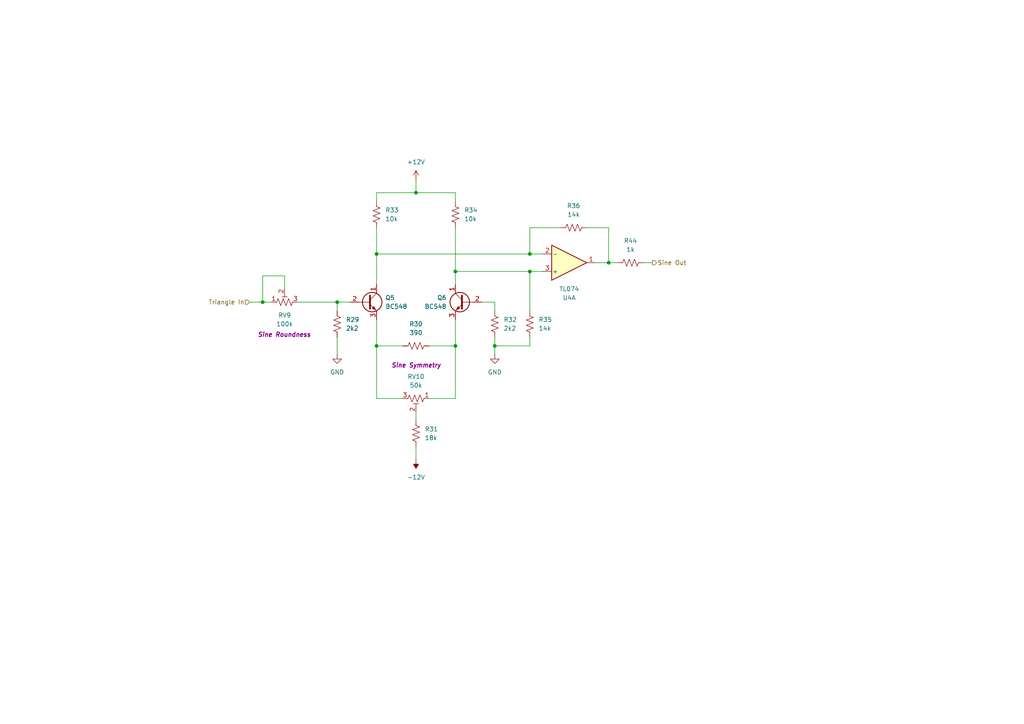
<source format=kicad_sch>
(kicad_sch (version 20250114) (generator "eeschema") (generator_version "9.0")
  (paper "A4")
  (title_block (company "DMH Instruments"))
  (lib_symbols
    (symbol "Amplifier_Operational:TL074" (pin_names (offset 0.127))
      (property "Reference" "U" (at 0 5.08 0))
      (property "Value" "TL074" (at 0 -5.08 0))
      (symbol "TL074_1_1"
        (polyline (pts (xy -5.08 5.08) (xy 5.08 0) (xy -5.08 -5.08) (xy -5.08 5.08)) (stroke (width 0.254)) (fill (type background)))
        (pin input line (at -7.62 2.54 0) (length 2.54) (name "+") (number "3"))
        (pin input line (at -7.62 -2.54 0) (length 2.54) (name "-") (number "2"))
        (pin output line (at 7.62 0 180) (length 2.54) (name "~") (number "1"))
      )
      (symbol "TL074_2_1"
        (polyline (pts (xy -5.08 5.08) (xy 5.08 0) (xy -5.08 -5.08) (xy -5.08 5.08)) (stroke (width 0.254)) (fill (type background)))
        (pin input line (at -7.62 2.54 0) (length 2.54) (name "+") (number "5"))
        (pin input line (at -7.62 -2.54 0) (length 2.54) (name "-") (number "6"))
        (pin output line (at 7.62 0 180) (length 2.54) (name "~") (number "7"))
      )
      (symbol "TL074_3_1"
        (polyline (pts (xy -5.08 5.08) (xy 5.08 0) (xy -5.08 -5.08) (xy -5.08 5.08)) (stroke (width 0.254)) (fill (type background)))
        (pin input line (at -7.62 2.54 0) (length 2.54) (name "+") (number "10"))
        (pin input line (at -7.62 -2.54 0) (length 2.54) (name "-") (number "9"))
        (pin output line (at 7.62 0 180) (length 2.54) (name "~") (number "8"))
      )
      (symbol "TL074_4_1"
        (polyline (pts (xy -5.08 5.08) (xy 5.08 0) (xy -5.08 -5.08) (xy -5.08 5.08)) (stroke (width 0.254)) (fill (type background)))
        (pin input line (at -7.62 2.54 0) (length 2.54) (name "+") (number "12"))
        (pin input line (at -7.62 -2.54 0) (length 2.54) (name "-") (number "13"))
        (pin output line (at 7.62 0 180) (length 2.54) (name "~") (number "14"))
      )
      (symbol "TL074_5_1"
        (pin power_in line (at -2.54 7.62 270) (length 3.81) (name "V+") (number "4"))
        (pin power_in line (at -2.54 -7.62 90) (length 3.81) (name "V-") (number "11"))
      )
    )
    (symbol "Device:R_Potentiometer_Trim_US" (pin_names (offset 1.016) (hide yes))
      (property "Reference" "RV" (at -4.445 0 90))
      (property "Value" "R_Potentiometer_Trim_US" (at -2.54 0 90))
      (symbol "R_Potentiometer_Trim_US_0_1"
        (polyline (pts (xy 0 2.286) (xy 0 2.54)))
        (polyline (pts (xy 0 2.286) (xy 1.016 1.905) (xy 0 1.524) (xy -1.016 1.143) (xy 0 0.762)))
        (polyline (pts (xy 0 0.762) (xy 1.016 0.381) (xy 0 0) (xy -1.016 -0.381) (xy 0 -0.762)))
        (polyline (pts (xy 0 -0.762) (xy 1.016 -1.143) (xy 0 -1.524) (xy -1.016 -1.905) (xy 0 -2.286)))
        (polyline (pts (xy 0 -2.286) (xy 0 -2.54)))
        (polyline (pts (xy 1.524 0.762) (xy 1.524 -0.762)))
        (polyline (pts (xy 2.54 0) (xy 1.524 0)))
      )
      (symbol "R_Potentiometer_Trim_US_1_1"
        (pin passive line (at 0 3.81 270) (length 1.27) (name "1") (number "1"))
        (pin passive line (at 0 -3.81 90) (length 1.27) (name "3") (number "3"))
        (pin passive line (at 3.81 0 180) (length 1.27) (name "2") (number "2"))
      )
    )
    (symbol "Device:R_US" (pin_numbers (hide yes)) (pin_names (offset 0))
      (property "Reference" "R" (at 2.54 0 90))
      (property "Value" "R_US" (at -2.54 0 90))
      (symbol "R_US_0_1"
        (polyline (pts (xy 0 2.286) (xy 0 2.54)))
        (polyline (pts (xy 0 2.286) (xy 1.016 1.905) (xy 0 1.524) (xy -1.016 1.143) (xy 0 0.762)))
        (polyline (pts (xy 0 0.762) (xy 1.016 0.381) (xy 0 0) (xy -1.016 -0.381) (xy 0 -0.762)))
        (polyline (pts (xy 0 -0.762) (xy 1.016 -1.143) (xy 0 -1.524) (xy -1.016 -1.905) (xy 0 -2.286)))
        (polyline (pts (xy 0 -2.286) (xy 0 -2.54)))
      )
      (symbol "R_US_1_1"
        (pin passive line (at 0 3.81 270) (length 1.27) (name "~") (number "1"))
        (pin passive line (at 0 -3.81 90) (length 1.27) (name "~") (number "2"))
      )
    )
    (symbol "Transistor_BJT:BC548" (pin_names (offset 0) (hide yes))
      (property "Reference" "Q" (at 5.08 1.905 0))
      (property "Value" "BC548" (at 5.08 0 0))
      (symbol "BC548_0_1"
        (polyline (pts (xy -2.54 0) (xy 0.635 0)))
        (polyline (pts (xy 0.635 1.905) (xy 0.635 -1.905)) (stroke (width 0.508)))
        (circle (center 1.27 0) (radius 2.8194) (stroke (width 0.254)))
      )
      (symbol "BC548_1_1"
        (polyline (pts (xy 0.635 0.635) (xy 2.54 2.54)))
        (polyline (pts (xy 0.635 -0.635) (xy 2.54 -2.54)))
        (polyline (pts (xy 1.27 -1.778) (xy 1.778 -1.27) (xy 2.286 -2.286) (xy 1.27 -1.778)) (fill (type outline)))
        (pin input line (at -5.08 0 0) (length 2.54) (name "B") (number "2"))
        (pin passive line (at 2.54 5.08 270) (length 2.54) (name "C") (number "1"))
        (pin passive line (at 2.54 -5.08 90) (length 2.54) (name "E") (number "3"))
      )
    )
    (symbol "power:+12V" (power) (pin_numbers (hide yes)) (pin_names (offset 0) (hide yes))
      (property "Value" "+12V" (at 0 3.556 0))
      (symbol "+12V_0_1"
        (polyline (pts (xy -0.762 1.27) (xy 0 2.54)))
        (polyline (pts (xy 0 2.54) (xy 0.762 1.27)))
        (polyline (pts (xy 0 0) (xy 0 2.54)))
      )
      (symbol "+12V_1_1"
        (pin power_in line (at 0 0 90) (length 0) (name "~") (number "1"))
      )
    )
    (symbol "power:-12V" (power) (pin_numbers (hide yes)) (pin_names (offset 0) (hide yes))
      (property "Value" "-12V" (at 0 3.556 0))
      (symbol "-12V_0_0"
        (pin power_in line (at 0 0 90) (length 0) (name "~") (number "1"))
      )
      (symbol "-12V_0_1"
        (polyline (pts (xy 0 0) (xy 0 1.27) (xy 0.762 1.27) (xy 0 2.54) (xy -0.762 1.27) (xy 0 1.27)) (fill (type outline)))
      )
    )
    (symbol "power:GND" (power) (pin_numbers (hide yes)) (pin_names (offset 0) (hide yes))
      (property "Value" "GND" (at 0 -3.81 0))
      (symbol "GND_0_1"
        (polyline (pts (xy 0 0) (xy 0 -1.27) (xy 1.27 -1.27) (xy 0 -2.54) (xy -1.27 -1.27) (xy 0 -1.27)))
      )
      (symbol "GND_1_1"
        (pin power_in line (at 0 0 270) (length 0) (name "~") (number "1"))
      )
    )
  )
  (junction (at 132.08 100.33))
  (junction (at 143.51 100.33))
  (junction (at 76.2 87.63))
  (junction (at 109.22 100.33))
  (junction (at 176.53 76.2))
  (junction (at 97.79 87.63))
  (junction (at 153.67 78.74))
  (junction (at 120.65 55.88))
  (junction (at 109.22 73.66))
  (junction (at 132.08 78.74))
  (junction (at 153.67 73.66))
  (wire (pts (xy 97.79 87.63) (xy 101.6 87.63)))
  (wire (pts (xy 97.79 97.79) (xy 97.79 102.87)))
  (wire (pts (xy 176.53 66.04) (xy 176.53 76.2)))
  (wire (pts (xy 139.7 87.63) (xy 143.51 87.63)))
  (wire (pts (xy 109.22 58.42) (xy 109.22 55.88)))
  (wire (pts (xy 120.65 129.54) (xy 120.65 133.35)))
  (wire (pts (xy 120.65 119.38) (xy 120.65 121.92)))
  (wire (pts (xy 143.51 97.79) (xy 143.51 100.33)))
  (wire (pts (xy 170.18 66.04) (xy 176.53 66.04)))
  (wire (pts (xy 109.22 92.71) (xy 109.22 100.33)))
  (wire (pts (xy 143.51 100.33) (xy 143.51 102.87)))
  (wire (pts (xy 76.2 87.63) (xy 78.74 87.63)))
  (wire (pts (xy 97.79 87.63) (xy 97.79 90.17)))
  (wire (pts (xy 72.39 87.63) (xy 76.2 87.63)))
  (wire (pts (xy 86.36 87.63) (xy 97.79 87.63)))
  (wire (pts (xy 116.84 115.57) (xy 109.22 115.57)))
  (wire (pts (xy 124.46 115.57) (xy 132.08 115.57)))
  (wire (pts (xy 82.55 83.82) (xy 82.55 80.01)))
  (wire (pts (xy 132.08 100.33) (xy 132.08 92.71)))
  (wire (pts (xy 132.08 78.74) (xy 132.08 82.55)))
  (wire (pts (xy 132.08 66.04) (xy 132.08 78.74)))
  (wire (pts (xy 153.67 100.33) (xy 143.51 100.33)))
  (wire (pts (xy 124.46 100.33) (xy 132.08 100.33)))
  (wire (pts (xy 176.53 76.2) (xy 179.07 76.2)))
  (wire (pts (xy 109.22 73.66) (xy 109.22 82.55)))
  (wire (pts (xy 143.51 87.63) (xy 143.51 90.17)))
  (wire (pts (xy 120.65 55.88) (xy 120.65 52.07)))
  (wire (pts (xy 132.08 100.33) (xy 132.08 115.57)))
  (wire (pts (xy 153.67 73.66) (xy 157.48 73.66)))
  (wire (pts (xy 109.22 73.66) (xy 153.67 73.66)))
  (wire (pts (xy 82.55 80.01) (xy 76.2 80.01)))
  (wire (pts (xy 132.08 78.74) (xy 153.67 78.74)))
  (wire (pts (xy 153.67 97.79) (xy 153.67 100.33)))
  (wire (pts (xy 186.69 76.2) (xy 189.23 76.2)))
  (wire (pts (xy 132.08 58.42) (xy 132.08 55.88)))
  (wire (pts (xy 109.22 66.04) (xy 109.22 73.66)))
  (wire (pts (xy 109.22 100.33) (xy 116.84 100.33)))
  (wire (pts (xy 153.67 66.04) (xy 153.67 73.66)))
  (wire (pts (xy 176.53 76.2) (xy 172.72 76.2)))
  (wire (pts (xy 109.22 55.88) (xy 120.65 55.88)))
  (wire (pts (xy 76.2 80.01) (xy 76.2 87.63)))
  (wire (pts (xy 162.56 66.04) (xy 153.67 66.04)))
  (wire (pts (xy 153.67 78.74) (xy 157.48 78.74)))
  (wire (pts (xy 109.22 115.57) (xy 109.22 100.33)))
  (wire (pts (xy 132.08 55.88) (xy 120.65 55.88)))
  (wire (pts (xy 153.67 78.74) (xy 153.67 90.17)))
  (hierarchical_label "Sine Out" (shape output) (at 189.23 76.2 0))
  (hierarchical_label "Triangle In" (shape input) (at 72.39 87.63 180))
  (symbol (lib_id "Device:R_US") (at 143.51 93.98 0) (unit 1)
    (property "Reference" "R32" (at 146.05 92.7099 0) (effects (justify left)))
    (property "Value" "2k2" (at 146.05 95.2499 0) (effects (justify left)))
    (property "Footprint" "Resistor_THT:R_Axial_DIN0207_L6.3mm_D2.5mm_P7.62mm_Horizontal" (effects (hide yes)))
    (property "Description" "Resistor, US symbol" (effects (hide yes)))
  )
  (symbol (lib_id "Device:R_US") (at 166.37 66.04 90) (unit 1)
    (property "Reference" "R36" (at 166.37 59.69 90))
    (property "Value" "14k" (at 166.37 62.23 90))
    (property "Footprint" "Resistor_THT:R_Axial_DIN0207_L6.3mm_D2.5mm_P7.62mm_Horizontal" (effects (hide yes)))
    (property "Description" "Resistor, US symbol" (effects (hide yes)))
  )
  (symbol (lib_id "Device:R_Potentiometer_Trim_US") (at 120.65 115.57 270) (unit 1)
    (property "Reference" "RV10" (at 120.65 109.22 90))
    (property "Value" "50k" (at 120.65 111.76 90))
    (property "Footprint" "Potentiometer_THT:Potentiometer_Bourns_3296W_Vertical" (effects (hide yes)))
    (property "Function" "Sine Symmetry" (at 120.65 105.918 90) (effects (font (bold yes) (italic yes))))
  )
  (symbol (lib_id "Device:R_US") (at 120.65 100.33 90) (unit 1)
    (property "Reference" "R30" (at 120.65 93.98 90))
    (property "Value" "390" (at 120.65 96.52 90))
    (property "Footprint" "Resistor_THT:R_Axial_DIN0207_L6.3mm_D2.5mm_P7.62mm_Horizontal" (effects (hide yes)))
    (property "Description" "Resistor, US symbol" (effects (hide yes)))
  )
  (symbol (lib_id "Device:R_US") (at 97.79 93.98 0) (unit 1)
    (property "Reference" "R29" (at 100.33 92.7099 0) (effects (justify left)))
    (property "Value" "2k2" (at 100.33 95.2499 0) (effects (justify left)))
    (property "Footprint" "Resistor_THT:R_Axial_DIN0207_L6.3mm_D2.5mm_P7.62mm_Horizontal" (effects (hide yes)))
    (property "Description" "Resistor, US symbol" (effects (hide yes)))
  )
  (symbol (lib_id "Device:R_US") (at 109.22 62.23 0) (unit 1)
    (property "Reference" "R33" (at 111.76 60.9599 0) (effects (justify left)))
    (property "Value" "10k" (at 111.76 63.4999 0) (effects (justify left)))
    (property "Footprint" "Resistor_THT:R_Axial_DIN0207_L6.3mm_D2.5mm_P7.62mm_Horizontal" (effects (hide yes)))
    (property "Description" "Resistor, US symbol" (effects (hide yes)))
  )
  (symbol (lib_id "Transistor_BJT:BC548") (at 106.68 87.63 0) (unit 1)
    (property "Reference" "Q5" (at 111.76 86.3599 0) (effects (justify left)))
    (property "Value" "BC548" (at 111.76 88.8999 0) (effects (justify left)))
    (property "Footprint" "Package_TO_SOT_THT:TO-92_Inline_Wide" (effects (hide yes)))
    (property "Datasheet" "https://www.onsemi.com/pub/Collateral/BC550-D.pdf" (effects (hide yes)))
    (property "Description" "0.1A Ic, 30V Vce, Small Signal NPN Transistor, TO-92" (effects (hide yes)))
  )
  (symbol (lib_id "Amplifier_Operational:TL074") (at 165.1 76.2 0) (mirror x) (unit 1)
    (property "Reference" "U4" (at 165.1 86.36 0))
    (property "Value" "TL074" (at 165.1 83.82 0))
    (property "Footprint" "Package_DIP:DIP-14_W7.62mm_Socket" (effects (hide yes)))
    (property "Datasheet" "http://www.ti.com/lit/ds/symlink/tl071.pdf" (effects (hide yes)))
    (property "Description" "Quad Low-Noise JFET-Input Operational Amplifiers, DIP-14/SOIC-14" (effects (hide yes)))
  )
  (symbol (lib_id "power:-12V") (at 120.65 133.35 180) (unit 1)
    (property "Reference" "#PWR037" (effects (hide yes)))
    (property "Value" "-12V" (at 120.65 138.43 0))
    (property "Description" "Power symbol creates a global label with name \"-12V\"" (effects (hide yes)))
  )
  (symbol (lib_id "power:GND") (at 143.51 102.87 0) (unit 1)
    (property "Reference" "#PWR038" (effects (hide yes)))
    (property "Value" "GND" (at 143.51 107.95 0))
    (property "Description" "Power symbol creates a global label with name \"GND\" , ground" (effects (hide yes)))
  )
  (symbol (lib_id "Device:R_Potentiometer_Trim_US") (at 82.55 87.63 90) (unit 1)
    (property "Reference" "RV9" (at 82.55 91.44 90))
    (property "Value" "100k" (at 82.55 93.98 90))
    (property "Footprint" "Potentiometer_THT:Potentiometer_Bourns_3296W_Vertical" (effects (hide yes)))
    (property "Function" "Sine Roundness" (at 82.55 97.028 90) (effects (font (bold yes) (italic yes))))
  )
  (symbol (lib_id "Transistor_BJT:BC548") (at 134.62 87.63 0) (mirror y) (unit 1)
    (property "Reference" "Q6" (at 129.54 86.3599 0) (effects (justify left)))
    (property "Value" "BC548" (at 129.54 88.8999 0) (effects (justify left)))
    (property "Footprint" "Package_TO_SOT_THT:TO-92_Inline_Wide" (effects (hide yes)))
    (property "Datasheet" "https://www.onsemi.com/pub/Collateral/BC550-D.pdf" (effects (hide yes)))
    (property "Description" "0.1A Ic, 30V Vce, Small Signal NPN Transistor, TO-92" (effects (hide yes)))
  )
  (symbol (lib_id "Device:R_US") (at 120.65 125.73 180) (unit 1)
    (property "Reference" "R31" (at 123.19 124.4599 0) (effects (justify right)))
    (property "Value" "18k" (at 123.19 126.9999 0) (effects (justify right)))
    (property "Footprint" "Resistor_THT:R_Axial_DIN0207_L6.3mm_D2.5mm_P7.62mm_Horizontal" (effects (hide yes)))
    (property "Description" "Resistor, US symbol" (effects (hide yes)))
  )
  (symbol (lib_id "Device:R_US") (at 182.88 76.2 270) (unit 1)
    (property "Reference" "R44" (at 182.88 69.85 90))
    (property "Value" "1k" (at 182.88 72.39 90))
    (property "Footprint" "Resistor_THT:R_Axial_DIN0207_L6.3mm_D2.5mm_P7.62mm_Horizontal" (effects (hide yes)))
    (property "Description" "Resistor, US symbol" (effects (hide yes)))
  )
  (symbol (lib_id "power:+12V") (at 120.65 52.07 0) (unit 1)
    (property "Reference" "#PWR039" (effects (hide yes)))
    (property "Value" "+12V" (at 120.65 46.99 0))
    (property "Description" "Power symbol creates a global label with name \"+12V\"" (effects (hide yes)))
  )
  (symbol (lib_id "Device:R_US") (at 153.67 93.98 0) (unit 1)
    (property "Reference" "R35" (at 156.21 92.7099 0) (effects (justify left)))
    (property "Value" "14k" (at 156.21 95.2499 0) (effects (justify left)))
    (property "Footprint" "Resistor_THT:R_Axial_DIN0207_L6.3mm_D2.5mm_P7.62mm_Horizontal" (effects (hide yes)))
    (property "Description" "Resistor, US symbol" (effects (hide yes)))
  )
  (symbol (lib_id "power:GND") (at 97.79 102.87 0) (unit 1)
    (property "Reference" "#PWR036" (effects (hide yes)))
    (property "Value" "GND" (at 97.79 107.95 0))
    (property "Description" "Power symbol creates a global label with name \"GND\" , ground" (effects (hide yes)))
  )
  (symbol (lib_id "Device:R_US") (at 132.08 62.23 0) (unit 1)
    (property "Reference" "R34" (at 134.62 60.9599 0) (effects (justify left)))
    (property "Value" "10k" (at 134.62 63.4999 0) (effects (justify left)))
    (property "Footprint" "Resistor_THT:R_Axial_DIN0207_L6.3mm_D2.5mm_P7.62mm_Horizontal" (effects (hide yes)))
    (property "Description" "Resistor, US symbol" (effects (hide yes)))
  )
)
</source>
